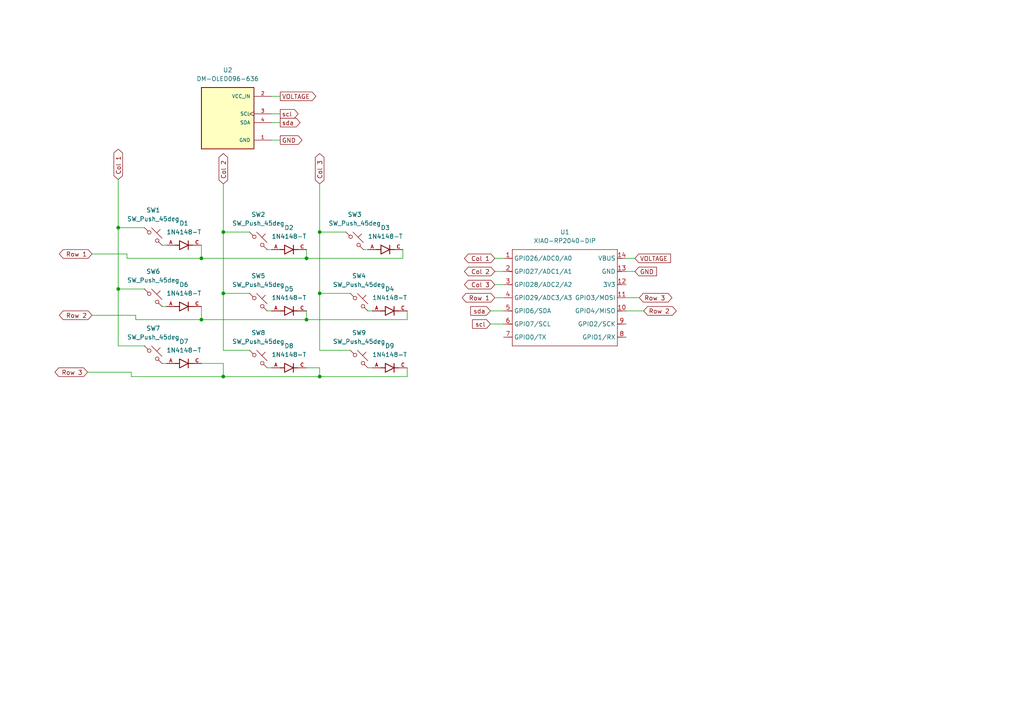
<source format=kicad_sch>
(kicad_sch (version 20231120) (generator "eeschema") (generator_version "8.0")
  (paper "A4")
  (lib_symbols
    (symbol "OBl:XIAO-RP2040-DIP"
      (property "Reference" "U" (at 0 0 0))
      (property "Value" "XIAO-RP2040-DIP" (at 5.334 -1.778 0))
      (symbol "XIAO-RP2040-DIP_1_0"
        (polyline (pts (xy -1.27 -30.48) (xy -1.27 -16.51)) (stroke (width 0.1524)))
        (polyline (pts (xy -1.27 -27.94) (xy -2.54 -27.94)) (stroke (width 0.1524)))
        (polyline (pts (xy -1.27 -24.13) (xy -2.54 -24.13)) (stroke (width 0.1524)))
        (polyline (pts (xy -1.27 -20.32) (xy -2.54 -20.32)) (stroke (width 0.1524)))
        (polyline (pts (xy -1.27 -16.51) (xy -2.54 -16.51)) (stroke (width 0.1524)))
        (polyline (pts (xy -1.27 -16.51) (xy -1.27 -12.7)) (stroke (width 0.1524)))
        (polyline (pts (xy -1.27 -12.7) (xy -2.54 -12.7)) (stroke (width 0.1524)))
        (polyline (pts (xy -1.27 -12.7) (xy -1.27 -8.89)) (stroke (width 0.1524)))
        (polyline (pts (xy -1.27 -8.89) (xy -2.54 -8.89)) (stroke (width 0.1524)))
        (polyline (pts (xy -1.27 -8.89) (xy -1.27 -5.08)) (stroke (width 0.1524)))
        (polyline (pts (xy -1.27 -5.08) (xy -2.54 -5.08)) (stroke (width 0.1524)))
        (polyline (pts (xy -1.27 -5.08) (xy -1.27 -2.54)) (stroke (width 0.1524)))
        (polyline (pts (xy -1.27 -2.54) (xy 29.21 -2.54)) (stroke (width 0.1524)))
        (polyline (pts (xy 29.21 -30.48) (xy -1.27 -30.48)) (stroke (width 0.1524)))
        (polyline (pts (xy 29.21 -12.7) (xy 29.21 -30.48)) (stroke (width 0.1524)))
        (polyline (pts (xy 29.21 -8.89) (xy 29.21 -12.7)) (stroke (width 0.1524)))
        (polyline (pts (xy 29.21 -5.08) (xy 29.21 -8.89)) (stroke (width 0.1524)))
        (polyline (pts (xy 29.21 -2.54) (xy 29.21 -5.08)) (stroke (width 0.1524)))
        (polyline (pts (xy 30.48 -27.94) (xy 29.21 -27.94)) (stroke (width 0.1524)))
        (polyline (pts (xy 30.48 -24.13) (xy 29.21 -24.13)) (stroke (width 0.1524)))
        (polyline (pts (xy 30.48 -20.32) (xy 29.21 -20.32)) (stroke (width 0.1524)))
        (polyline (pts (xy 30.48 -16.51) (xy 29.21 -16.51)) (stroke (width 0.1524)))
        (polyline (pts (xy 30.48 -12.7) (xy 29.21 -12.7)) (stroke (width 0.1524)))
        (polyline (pts (xy 30.48 -8.89) (xy 29.21 -8.89)) (stroke (width 0.1524)))
        (polyline (pts (xy 30.48 -5.08) (xy 29.21 -5.08)) (stroke (width 0.1524)))
        (pin passive line (at -3.81 -5.08 0) (length 2.54) (name "GPIO26/ADC0/A0") (number "1"))
        (pin passive line (at 31.75 -20.32 180) (length 2.54) (name "GPIO4/MISO") (number "10"))
        (pin passive line (at 31.75 -16.51 180) (length 2.54) (name "GPIO3/MOSI") (number "11"))
        (pin passive line (at 31.75 -12.7 180) (length 2.54) (name "3V3") (number "12"))
        (pin passive line (at 31.75 -8.89 180) (length 2.54) (name "GND") (number "13"))
        (pin passive line (at 31.75 -5.08 180) (length 2.54) (name "VBUS") (number "14"))
        (pin passive line (at -3.81 -8.89 0) (length 2.54) (name "GPIO27/ADC1/A1") (number "2"))
        (pin passive line (at -3.81 -12.7 0) (length 2.54) (name "GPIO28/ADC2/A2") (number "3"))
        (pin passive line (at -3.81 -16.51 0) (length 2.54) (name "GPIO29/ADC3/A3") (number "4"))
        (pin passive line (at -3.81 -20.32 0) (length 2.54) (name "GPIO6/SDA") (number "5"))
        (pin passive line (at -3.81 -24.13 0) (length 2.54) (name "GPIO7/SCL") (number "6"))
        (pin passive line (at -3.81 -27.94 0) (length 2.54) (name "GPIO0/TX") (number "7"))
        (pin passive line (at 31.75 -27.94 180) (length 2.54) (name "GPIO1/RX") (number "8"))
        (pin passive line (at 31.75 -24.13 180) (length 2.54) (name "GPIO2/SCK") (number "9"))
      )
    )
    (symbol "Switch:SW_Push_45deg" (pin_numbers hide) (pin_names (offset 1.016) hide)
      (property "Reference" "SW" (at 3.048 1.016 0))
      (property "Value" "SW_Push_45deg" (at 0 -3.81 0))
      (symbol "SW_Push_45deg_0_1"
        (circle (center -1.1684 1.1684) (radius 0.508))
        (polyline (pts (xy -0.508 2.54) (xy 2.54 -0.508)))
        (polyline (pts (xy 1.016 1.016) (xy 2.032 2.032)))
        (polyline (pts (xy -2.54 2.54) (xy -1.524 1.524) (xy -1.524 1.524)))
        (polyline (pts (xy 1.524 -1.524) (xy 2.54 -2.54) (xy 2.54 -2.54) (xy 2.54 -2.54)))
        (circle (center 1.143 -1.1938) (radius 0.508))
        (pin passive line (at -2.54 2.54 0) (length 0) (name "1") (number "1"))
        (pin passive line (at 2.54 -2.54 180) (length 0) (name "2") (number "2"))
      )
    )
    (symbol "diodes:1N4148-T" (pin_names (offset 1.016))
      (property "Reference" "D" (at -5.08 2.54 0))
      (property "Value" "1N4148-T" (at -5.08 -3.81 0))
      (symbol "1N4148-T_0_0"
        (polyline (pts (xy -2.54 0) (xy -1.27 0)) (stroke (width 0.254)))
        (polyline (pts (xy -1.27 -1.27) (xy 1.27 0)) (stroke (width 0.254)))
        (polyline (pts (xy -1.27 0) (xy -1.27 -1.27)) (stroke (width 0.254)))
        (polyline (pts (xy -1.27 1.27) (xy -1.27 0)) (stroke (width 0.254)))
        (polyline (pts (xy 1.27 0) (xy -1.27 1.27)) (stroke (width 0.254)))
        (polyline (pts (xy 1.27 0) (xy 1.27 -1.27)) (stroke (width 0.254)))
        (polyline (pts (xy 1.27 0) (xy 2.54 0)) (stroke (width 0.254)))
        (polyline (pts (xy 1.27 1.27) (xy 1.27 0)) (stroke (width 0.254)))
        (pin passive line (at -5.08 0 0) (length 2.54) (name "~") (number "A"))
        (pin passive line (at 5.08 0 180) (length 2.54) (name "~") (number "C"))
      )
    )
    (symbol "oled:DM-OLED096-636" (pin_names (offset 1.016))
      (property "Reference" "U" (at -7.62 10.922 0))
      (property "Value" "DM-OLED096-636" (at -7.62 -10.16 0))
      (symbol "DM-OLED096-636_0_0"
        (rectangle (start -7.62 -7.62) (end 7.62 10.16) (stroke (width 0.254)) (fill (type background)))
        (pin power_in line (at 12.7 -5.08 180) (length 5.08) (name "GND") (number "1"))
        (pin power_in line (at 12.7 7.62 180) (length 5.08) (name "VCC_IN") (number "2"))
        (pin input clock (at 12.7 2.54 180) (length 5.08) (name "SCL") (number "3"))
        (pin bidirectional line (at 12.7 0 180) (length 5.08) (name "SDA") (number "4"))
      )
    )
  )
  (junction (at 34.29 66.04))
  (junction (at 92.71 109.22))
  (junction (at 92.71 67.31))
  (junction (at 34.29 83.82))
  (junction (at 64.77 67.31))
  (junction (at 64.77 109.22))
  (junction (at 88.9 92.71))
  (junction (at 58.42 92.71))
  (junction (at 88.9 74.93))
  (junction (at 64.77 85.09))
  (junction (at 92.71 85.09))
  (junction (at 58.42 74.93))
  (wire (pts (xy 25.4 107.95) (xy 38.1 107.95)))
  (wire (pts (xy 142.24 93.98) (xy 146.05 93.98)))
  (wire (pts (xy 181.61 86.36) (xy 185.42 86.36)))
  (wire (pts (xy 34.29 83.82) (xy 34.29 100.33)))
  (wire (pts (xy 106.68 90.17) (xy 107.95 90.17)))
  (wire (pts (xy 78.74 33.02) (xy 81.28 33.02)))
  (wire (pts (xy 46.99 71.12) (xy 48.26 71.12)))
  (wire (pts (xy 181.61 90.17) (xy 186.69 90.17)))
  (wire (pts (xy 64.77 101.6) (xy 72.39 101.6)))
  (wire (pts (xy 92.71 85.09) (xy 101.6 85.09)))
  (wire (pts (xy 78.74 35.56) (xy 81.28 35.56)))
  (wire (pts (xy 34.29 66.04) (xy 41.91 66.04)))
  (wire (pts (xy 143.51 86.36) (xy 146.05 86.36)))
  (wire (pts (xy 64.77 109.22) (xy 92.71 109.22)))
  (wire (pts (xy 92.71 53.34) (xy 92.71 67.31)))
  (wire (pts (xy 88.9 106.68) (xy 92.71 106.68)))
  (wire (pts (xy 106.68 106.68) (xy 107.95 106.68)))
  (wire (pts (xy 77.47 72.39) (xy 78.74 72.39)))
  (wire (pts (xy 88.9 72.39) (xy 88.9 74.93)))
  (wire (pts (xy 92.71 67.31) (xy 100.33 67.31)))
  (wire (pts (xy 34.29 66.04) (xy 34.29 83.82)))
  (wire (pts (xy 58.42 105.41) (xy 64.77 105.41)))
  (wire (pts (xy 38.1 109.22) (xy 64.77 109.22)))
  (wire (pts (xy 36.83 73.66) (xy 36.83 74.93)))
  (wire (pts (xy 92.71 85.09) (xy 92.71 101.6)))
  (wire (pts (xy 143.51 74.93) (xy 146.05 74.93)))
  (wire (pts (xy 58.42 88.9) (xy 58.42 92.71)))
  (wire (pts (xy 142.24 90.17) (xy 146.05 90.17)))
  (wire (pts (xy 46.99 88.9) (xy 48.26 88.9)))
  (wire (pts (xy 143.51 78.74) (xy 146.05 78.74)))
  (wire (pts (xy 58.42 92.71) (xy 88.9 92.71)))
  (wire (pts (xy 77.47 90.17) (xy 78.74 90.17)))
  (wire (pts (xy 64.77 67.31) (xy 64.77 85.09)))
  (wire (pts (xy 34.29 100.33) (xy 41.91 100.33)))
  (wire (pts (xy 92.71 109.22) (xy 118.11 109.22)))
  (wire (pts (xy 58.42 74.93) (xy 88.9 74.93)))
  (wire (pts (xy 118.11 109.22) (xy 118.11 106.68)))
  (wire (pts (xy 92.71 101.6) (xy 101.6 101.6)))
  (wire (pts (xy 38.1 107.95) (xy 38.1 109.22)))
  (wire (pts (xy 118.11 90.17) (xy 118.11 92.71)))
  (wire (pts (xy 105.41 72.39) (xy 106.68 72.39)))
  (wire (pts (xy 181.61 74.93) (xy 184.15 74.93)))
  (wire (pts (xy 64.77 85.09) (xy 72.39 85.09)))
  (wire (pts (xy 39.37 92.71) (xy 58.42 92.71)))
  (wire (pts (xy 36.83 74.93) (xy 58.42 74.93)))
  (wire (pts (xy 64.77 105.41) (xy 64.77 109.22)))
  (wire (pts (xy 116.84 74.93) (xy 116.84 72.39)))
  (wire (pts (xy 34.29 83.82) (xy 41.91 83.82)))
  (wire (pts (xy 88.9 90.17) (xy 88.9 92.71)))
  (wire (pts (xy 77.47 106.68) (xy 78.74 106.68)))
  (wire (pts (xy 46.99 105.41) (xy 48.26 105.41)))
  (wire (pts (xy 64.77 67.31) (xy 72.39 67.31)))
  (wire (pts (xy 64.77 85.09) (xy 64.77 101.6)))
  (wire (pts (xy 58.42 71.12) (xy 58.42 74.93)))
  (wire (pts (xy 88.9 74.93) (xy 116.84 74.93)))
  (wire (pts (xy 92.71 106.68) (xy 92.71 109.22)))
  (wire (pts (xy 78.74 27.94) (xy 81.28 27.94)))
  (wire (pts (xy 92.71 67.31) (xy 92.71 85.09)))
  (wire (pts (xy 143.51 82.55) (xy 146.05 82.55)))
  (wire (pts (xy 34.29 52.07) (xy 34.29 66.04)))
  (wire (pts (xy 64.77 53.34) (xy 64.77 67.31)))
  (wire (pts (xy 88.9 92.71) (xy 118.11 92.71)))
  (wire (pts (xy 39.37 91.44) (xy 26.67 91.44)))
  (wire (pts (xy 78.74 40.64) (xy 81.28 40.64)))
  (wire (pts (xy 181.61 78.74) (xy 184.15 78.74)))
  (wire (pts (xy 39.37 91.44) (xy 39.37 92.71)))
  (wire (pts (xy 26.67 73.66) (xy 36.83 73.66)))
  (global_label "Col 1" (shape bidirectional) (at 143.51 74.93 180) (property "Intersheetrefs" "${INTERSHEET_REFS}" (effects (hide yes))))
  (global_label "GND" (shape input) (at 184.15 78.74 0) (property "Intersheetrefs" "${INTERSHEET_REFS}" (effects (hide yes))))
  (global_label "Col 3" (shape bidirectional) (at 143.51 82.55 180) (property "Intersheetrefs" "${INTERSHEET_REFS}" (effects (hide yes))))
  (global_label "Col 3" (shape bidirectional) (at 92.71 53.34 90) (property "Intersheetrefs" "${INTERSHEET_REFS}" (effects (hide yes))))
  (global_label "Col 1" (shape bidirectional) (at 34.29 52.07 90) (property "Intersheetrefs" "${INTERSHEET_REFS}" (effects (hide yes))))
  (global_label "VOLTAGE" (shape input) (at 184.15 74.93 0) (property "Intersheetrefs" "${INTERSHEET_REFS}" (effects (hide yes))))
  (global_label "Row 2" (shape bidirectional) (at 26.67 91.44 180) (property "Intersheetrefs" "${INTERSHEET_REFS}" (effects (hide yes))))
  (global_label "Col 2" (shape bidirectional) (at 64.77 53.34 90) (property "Intersheetrefs" "${INTERSHEET_REFS}" (effects (hide yes))))
  (global_label "Row 2" (shape bidirectional) (at 186.69 90.17 0) (property "Intersheetrefs" "${INTERSHEET_REFS}" (effects (hide yes))))
  (global_label "scl" (shape output) (at 81.28 33.02 0) (property "Intersheetrefs" "${INTERSHEET_REFS}" (effects (hide yes))))
  (global_label "GND" (shape output) (at 81.28 40.64 0) (property "Intersheetrefs" "${INTERSHEET_REFS}" (effects (hide yes))))
  (global_label "Row 1" (shape bidirectional) (at 143.51 86.36 180) (property "Intersheetrefs" "${INTERSHEET_REFS}" (effects (hide yes))))
  (global_label "VOLTAGE" (shape output) (at 81.28 27.94 0) (property "Intersheetrefs" "${INTERSHEET_REFS}" (effects (hide yes))))
  (global_label "sda" (shape input) (at 142.24 90.17 180) (property "Intersheetrefs" "${INTERSHEET_REFS}" (effects (hide yes))))
  (global_label "sda" (shape output) (at 81.28 35.56 0) (property "Intersheetrefs" "${INTERSHEET_REFS}" (effects (hide yes))))
  (global_label "scl" (shape input) (at 142.24 93.98 180) (property "Intersheetrefs" "${INTERSHEET_REFS}" (effects (hide yes))))
  (global_label "Col 2" (shape bidirectional) (at 143.51 78.74 180) (property "Intersheetrefs" "${INTERSHEET_REFS}" (effects (hide yes))))
  (global_label "Row 1" (shape bidirectional) (at 26.67 73.66 180) (property "Intersheetrefs" "${INTERSHEET_REFS}" (effects (hide yes))))
  (global_label "Row 3" (shape bidirectional) (at 25.4 107.95 180) (property "Intersheetrefs" "${INTERSHEET_REFS}" (effects (hide yes))))
  (global_label "Row 3" (shape bidirectional) (at 185.42 86.36 0) (property "Intersheetrefs" "${INTERSHEET_REFS}" (effects (hide yes))))
  (symbol (lib_id "diodes:1N4148-T") (at 113.03 106.68 0) (unit 1)
    (property "Reference" "D9" (at 113.03 100.33 0))
    (property "Value" "1N4148-T" (at 113.03 102.87 0))
    (property "Footprint" "diode:DIOAD820W60L400D200" (effects (hide yes)))
    (property "MF" "Diodes Inc." (effects (hide yes)))
    (property "MAXIMUM_PACKAGE_HEIGHT" "2 mm" (effects (hide yes)))
    (property "Package" "DO-35 Rectron" (effects (hide yes)))
    (property "Price" "None" (effects (hide yes)))
    (property "Check_prices" "https://www.snapeda.com/parts/1N4148-T/Diodes+Inc./view-part/?ref=eda" (effects (hide yes)))
    (property "STANDARD" "IPC 7351B" (effects (hide yes)))
    (property "PARTREV" "9-3" (effects (hide yes)))
    (property "SnapEDA_Link" "https://www.snapeda.com/parts/1N4148-T/Diodes+Inc./view-part/?ref=snap" (effects (hide yes)))
    (property "MP" "1N4148-T" (effects (hide yes)))
    (property "Description_1" "\n                        \n                            Diode Standard 75 V 300mA (DC) Through Hole DO-35 (DO-204AH)\n                        \n" (effects (hide yes)))
    (property "Availability" "In Stock" (effects (hide yes)))
    (property "MANUFACTURER" "Diodes Inc." (effects (hide yes)))
  )
  (symbol (lib_id "Switch:SW_Push_45deg") (at 74.93 87.63 0) (unit 1)
    (property "Reference" "SW5" (at 74.93 80.01 0))
    (property "Value" "SW_Push_45deg" (at 74.93 82.55 0))
    (property "Footprint" "arz:SW_Cherry_MX_1.00u_PCB_3D_model" (effects (hide yes)))
    (property "Description" "Push button switch, normally open, two pins, 45° tilted" (effects (hide yes)))
  )
  (symbol (lib_id "oled:DM-OLED096-636") (at 66.04 35.56 0) (unit 1)
    (property "Reference" "U2" (at 66.04 20.32 0))
    (property "Value" "DM-OLED096-636" (at 66.04 22.86 0))
    (property "Footprint" "oled:SSD1306-0.91-OLED-4pin-128x32" (effects (hide yes)))
    (property "MF" "Display Module" (effects (hide yes)))
    (property "MAXIMUM_PACKAGE_HEIGHT" "11.3 mm" (effects (hide yes)))
    (property "Package" "Package" (effects (hide yes)))
    (property "Price" "None" (effects (hide yes)))
    (property "Check_prices" "https://www.snapeda.com/parts/DM-OLED096-636/Display+Module/view-part/?ref=eda" (effects (hide yes)))
    (property "STANDARD" "Manufacturer Recommendations" (effects (hide yes)))
    (property "PARTREV" "2018-09-10" (effects (hide yes)))
    (property "SnapEDA_Link" "https://www.snapeda.com/parts/DM-OLED096-636/Display+Module/view-part/?ref=snap" (effects (hide yes)))
    (property "MP" "DM-OLED096-636" (effects (hide yes)))
    (property "Description_1" "\n                        \n                            0.96” 128 X 64 MONOCHROME GRAPHIC OLED DISPLAY MODULE - I2C\n                        \n" (effects (hide yes)))
    (property "Availability" "Not in stock" (effects (hide yes)))
    (property "MANUFACTURER" "Displaymodule" (effects (hide yes)))
  )
  (symbol (lib_id "Switch:SW_Push_45deg") (at 104.14 104.14 0) (unit 1)
    (property "Reference" "SW9" (at 104.14 96.52 0))
    (property "Value" "SW_Push_45deg" (at 104.14 99.06 0))
    (property "Footprint" "arz:SW_Cherry_MX_1.00u_PCB_3D_model" (effects (hide yes)))
    (property "Description" "Push button switch, normally open, two pins, 45° tilted" (effects (hide yes)))
  )
  (symbol (lib_id "Switch:SW_Push_45deg") (at 74.93 104.14 0) (unit 1)
    (property "Reference" "SW8" (at 74.93 96.52 0))
    (property "Value" "SW_Push_45deg" (at 74.93 99.06 0))
    (property "Footprint" "arz:SW_Cherry_MX_1.00u_PCB_3D_model" (effects (hide yes)))
    (property "Description" "Push button switch, normally open, two pins, 45° tilted" (effects (hide yes)))
  )
  (symbol (lib_id "diodes:1N4148-T") (at 53.34 105.41 0) (unit 1)
    (property "Reference" "D7" (at 53.34 99.06 0))
    (property "Value" "1N4148-T" (at 53.34 101.6 0))
    (property "Footprint" "diode:DIOAD820W60L400D200" (effects (hide yes)))
    (property "MF" "Diodes Inc." (effects (hide yes)))
    (property "MAXIMUM_PACKAGE_HEIGHT" "2 mm" (effects (hide yes)))
    (property "Package" "DO-35 Rectron" (effects (hide yes)))
    (property "Price" "None" (effects (hide yes)))
    (property "Check_prices" "https://www.snapeda.com/parts/1N4148-T/Diodes+Inc./view-part/?ref=eda" (effects (hide yes)))
    (property "STANDARD" "IPC 7351B" (effects (hide yes)))
    (property "PARTREV" "9-3" (effects (hide yes)))
    (property "SnapEDA_Link" "https://www.snapeda.com/parts/1N4148-T/Diodes+Inc./view-part/?ref=snap" (effects (hide yes)))
    (property "MP" "1N4148-T" (effects (hide yes)))
    (property "Description_1" "\n                        \n                            Diode Standard 75 V 300mA (DC) Through Hole DO-35 (DO-204AH)\n                        \n" (effects (hide yes)))
    (property "Availability" "In Stock" (effects (hide yes)))
    (property "MANUFACTURER" "Diodes Inc." (effects (hide yes)))
  )
  (symbol (lib_id "Switch:SW_Push_45deg") (at 44.45 102.87 0) (unit 1)
    (property "Reference" "SW7" (at 44.45 95.25 0))
    (property "Value" "SW_Push_45deg" (at 44.45 97.79 0))
    (property "Footprint" "arz:SW_Cherry_MX_1.00u_PCB_3D_model" (effects (hide yes)))
    (property "Description" "Push button switch, normally open, two pins, 45° tilted" (effects (hide yes)))
  )
  (symbol (lib_id "diodes:1N4148-T") (at 113.03 90.17 0) (unit 1)
    (property "Reference" "D4" (at 113.03 83.82 0))
    (property "Value" "1N4148-T" (at 113.03 86.36 0))
    (property "Footprint" "diode:DIOAD820W60L400D200" (effects (hide yes)))
    (property "MF" "Diodes Inc." (effects (hide yes)))
    (property "MAXIMUM_PACKAGE_HEIGHT" "2 mm" (effects (hide yes)))
    (property "Package" "DO-35 Rectron" (effects (hide yes)))
    (property "Price" "None" (effects (hide yes)))
    (property "Check_prices" "https://www.snapeda.com/parts/1N4148-T/Diodes+Inc./view-part/?ref=eda" (effects (hide yes)))
    (property "STANDARD" "IPC 7351B" (effects (hide yes)))
    (property "PARTREV" "9-3" (effects (hide yes)))
    (property "SnapEDA_Link" "https://www.snapeda.com/parts/1N4148-T/Diodes+Inc./view-part/?ref=snap" (effects (hide yes)))
    (property "MP" "1N4148-T" (effects (hide yes)))
    (property "Description_1" "\n                        \n                            Diode Standard 75 V 300mA (DC) Through Hole DO-35 (DO-204AH)\n                        \n" (effects (hide yes)))
    (property "Availability" "In Stock" (effects (hide yes)))
    (property "MANUFACTURER" "Diodes Inc." (effects (hide yes)))
  )
  (symbol (lib_id "diodes:1N4148-T") (at 53.34 88.9 0) (unit 1)
    (property "Reference" "D6" (at 53.34 82.55 0))
    (property "Value" "1N4148-T" (at 53.34 85.09 0))
    (property "Footprint" "diode:DIOAD820W60L400D200" (effects (hide yes)))
    (property "MF" "Diodes Inc." (effects (hide yes)))
    (property "MAXIMUM_PACKAGE_HEIGHT" "2 mm" (effects (hide yes)))
    (property "Package" "DO-35 Rectron" (effects (hide yes)))
    (property "Price" "None" (effects (hide yes)))
    (property "Check_prices" "https://www.snapeda.com/parts/1N4148-T/Diodes+Inc./view-part/?ref=eda" (effects (hide yes)))
    (property "STANDARD" "IPC 7351B" (effects (hide yes)))
    (property "PARTREV" "9-3" (effects (hide yes)))
    (property "SnapEDA_Link" "https://www.snapeda.com/parts/1N4148-T/Diodes+Inc./view-part/?ref=snap" (effects (hide yes)))
    (property "MP" "1N4148-T" (effects (hide yes)))
    (property "Description_1" "\n                        \n                            Diode Standard 75 V 300mA (DC) Through Hole DO-35 (DO-204AH)\n                        \n" (effects (hide yes)))
    (property "Availability" "In Stock" (effects (hide yes)))
    (property "MANUFACTURER" "Diodes Inc." (effects (hide yes)))
  )
  (symbol (lib_id "Switch:SW_Push_45deg") (at 102.87 69.85 0) (unit 1)
    (property "Reference" "SW3" (at 102.87 62.23 0))
    (property "Value" "SW_Push_45deg" (at 102.87 64.77 0))
    (property "Footprint" "arz:SW_Cherry_MX_1.00u_PCB_3D_model" (effects (hide yes)))
    (property "Description" "Push button switch, normally open, two pins, 45° tilted" (effects (hide yes)))
  )
  (symbol (lib_id "Switch:SW_Push_45deg") (at 104.14 87.63 0) (unit 1)
    (property "Reference" "SW4" (at 104.14 80.01 0))
    (property "Value" "SW_Push_45deg" (at 104.14 82.55 0))
    (property "Footprint" "arz:SW_Cherry_MX_1.00u_PCB_3D_model" (effects (hide yes)))
    (property "Description" "Push button switch, normally open, two pins, 45° tilted" (effects (hide yes)))
  )
  (symbol (lib_id "diodes:1N4148-T") (at 83.82 90.17 0) (unit 1)
    (property "Reference" "D5" (at 83.82 83.82 0))
    (property "Value" "1N4148-T" (at 83.82 86.36 0))
    (property "Footprint" "diode:DIOAD820W60L400D200" (effects (hide yes)))
    (property "MF" "Diodes Inc." (effects (hide yes)))
    (property "MAXIMUM_PACKAGE_HEIGHT" "2 mm" (effects (hide yes)))
    (property "Package" "DO-35 Rectron" (effects (hide yes)))
    (property "Price" "None" (effects (hide yes)))
    (property "Check_prices" "https://www.snapeda.com/parts/1N4148-T/Diodes+Inc./view-part/?ref=eda" (effects (hide yes)))
    (property "STANDARD" "IPC 7351B" (effects (hide yes)))
    (property "PARTREV" "9-3" (effects (hide yes)))
    (property "SnapEDA_Link" "https://www.snapeda.com/parts/1N4148-T/Diodes+Inc./view-part/?ref=snap" (effects (hide yes)))
    (property "MP" "1N4148-T" (effects (hide yes)))
    (property "Description_1" "\n                        \n                            Diode Standard 75 V 300mA (DC) Through Hole DO-35 (DO-204AH)\n                        \n" (effects (hide yes)))
    (property "Availability" "In Stock" (effects (hide yes)))
    (property "MANUFACTURER" "Diodes Inc." (effects (hide yes)))
  )
  (symbol (lib_id "diodes:1N4148-T") (at 83.82 72.39 0) (unit 1)
    (property "Reference" "D2" (at 83.82 66.04 0))
    (property "Value" "1N4148-T" (at 83.82 68.58 0))
    (property "Footprint" "diode:DIOAD820W60L400D200" (effects (hide yes)))
    (property "MF" "Diodes Inc." (effects (hide yes)))
    (property "MAXIMUM_PACKAGE_HEIGHT" "2 mm" (effects (hide yes)))
    (property "Package" "DO-35 Rectron" (effects (hide yes)))
    (property "Price" "None" (effects (hide yes)))
    (property "Check_prices" "https://www.snapeda.com/parts/1N4148-T/Diodes+Inc./view-part/?ref=eda" (effects (hide yes)))
    (property "STANDARD" "IPC 7351B" (effects (hide yes)))
    (property "PARTREV" "9-3" (effects (hide yes)))
    (property "SnapEDA_Link" "https://www.snapeda.com/parts/1N4148-T/Diodes+Inc./view-part/?ref=snap" (effects (hide yes)))
    (property "MP" "1N4148-T" (effects (hide yes)))
    (property "Description_1" "\n                        \n                            Diode Standard 75 V 300mA (DC) Through Hole DO-35 (DO-204AH)\n                        \n" (effects (hide yes)))
    (property "Availability" "In Stock" (effects (hide yes)))
    (property "MANUFACTURER" "Diodes Inc." (effects (hide yes)))
  )
  (symbol (lib_id "Switch:SW_Push_45deg") (at 44.45 68.58 0) (unit 1)
    (property "Reference" "SW1" (at 44.45 60.96 0))
    (property "Value" "SW_Push_45deg" (at 44.45 63.5 0))
    (property "Footprint" "arz:SW_Cherry_MX_1.00u_PCB_3D_model" (effects (hide yes)))
    (property "Description" "Push button switch, normally open, two pins, 45° tilted" (effects (hide yes)))
  )
  (symbol (lib_id "diodes:1N4148-T") (at 83.82 106.68 0) (unit 1)
    (property "Reference" "D8" (at 83.82 100.33 0))
    (property "Value" "1N4148-T" (at 83.82 102.87 0))
    (property "Footprint" "diode:DIOAD820W60L400D200" (effects (hide yes)))
    (property "MF" "Diodes Inc." (effects (hide yes)))
    (property "MAXIMUM_PACKAGE_HEIGHT" "2 mm" (effects (hide yes)))
    (property "Package" "DO-35 Rectron" (effects (hide yes)))
    (property "Price" "None" (effects (hide yes)))
    (property "Check_prices" "https://www.snapeda.com/parts/1N4148-T/Diodes+Inc./view-part/?ref=eda" (effects (hide yes)))
    (property "STANDARD" "IPC 7351B" (effects (hide yes)))
    (property "PARTREV" "9-3" (effects (hide yes)))
    (property "SnapEDA_Link" "https://www.snapeda.com/parts/1N4148-T/Diodes+Inc./view-part/?ref=snap" (effects (hide yes)))
    (property "MP" "1N4148-T" (effects (hide yes)))
    (property "Description_1" "\n                        \n                            Diode Standard 75 V 300mA (DC) Through Hole DO-35 (DO-204AH)\n                        \n" (effects (hide yes)))
    (property "Availability" "In Stock" (effects (hide yes)))
    (property "MANUFACTURER" "Diodes Inc." (effects (hide yes)))
  )
  (symbol (lib_id "diodes:1N4148-T") (at 111.76 72.39 0) (unit 1)
    (property "Reference" "D3" (at 111.76 66.04 0))
    (property "Value" "1N4148-T" (at 111.76 68.58 0))
    (property "Footprint" "diode:DIOAD820W60L400D200" (effects (hide yes)))
    (property "MF" "Diodes Inc." (effects (hide yes)))
    (property "MAXIMUM_PACKAGE_HEIGHT" "2 mm" (effects (hide yes)))
    (property "Package" "DO-35 Rectron" (effects (hide yes)))
    (property "Price" "None" (effects (hide yes)))
    (property "Check_prices" "https://www.snapeda.com/parts/1N4148-T/Diodes+Inc./view-part/?ref=eda" (effects (hide yes)))
    (property "STANDARD" "IPC 7351B" (effects (hide yes)))
    (property "PARTREV" "9-3" (effects (hide yes)))
    (property "SnapEDA_Link" "https://www.snapeda.com/parts/1N4148-T/Diodes+Inc./view-part/?ref=snap" (effects (hide yes)))
    (property "MP" "1N4148-T" (effects (hide yes)))
    (property "Description_1" "\n                        \n                            Diode Standard 75 V 300mA (DC) Through Hole DO-35 (DO-204AH)\n                        \n" (effects (hide yes)))
    (property "Availability" "In Stock" (effects (hide yes)))
    (property "MANUFACTURER" "Diodes Inc." (effects (hide yes)))
  )
  (symbol (lib_id "OBl:XIAO-RP2040-DIP") (at 149.86 69.85 0) (unit 1)
    (property "Reference" "U1" (at 163.83 67.31 0))
    (property "Value" "XIAO-RP2040-DIP" (at 163.83 69.85 0))
    (property "Footprint" "obl:XIAO-RP2040-DIP_1" (effects (hide yes)))
  )
  (symbol (lib_id "Switch:SW_Push_45deg") (at 44.45 86.36 0) (unit 1)
    (property "Reference" "SW6" (at 44.45 78.74 0))
    (property "Value" "SW_Push_45deg" (at 44.45 81.28 0))
    (property "Footprint" "arz:SW_Cherry_MX_1.00u_PCB_3D_model" (effects (hide yes)))
    (property "Description" "Push button switch, normally open, two pins, 45° tilted" (effects (hide yes)))
  )
  (symbol (lib_id "Switch:SW_Push_45deg") (at 74.93 69.85 0) (unit 1)
    (property "Reference" "SW2" (at 74.93 62.23 0))
    (property "Value" "SW_Push_45deg" (at 74.93 64.77 0))
    (property "Footprint" "arz:SW_Cherry_MX_1.00u_PCB_3D_model" (effects (hide yes)))
    (property "Description" "Push button switch, normally open, two pins, 45° tilted" (effects (hide yes)))
  )
  (symbol (lib_id "diodes:1N4148-T") (at 53.34 71.12 0) (unit 1)
    (property "Reference" "D1" (at 53.34 64.77 0))
    (property "Value" "1N4148-T" (at 53.34 67.31 0))
    (property "Footprint" "diode:DIOAD820W60L400D200" (effects (hide yes)))
    (property "MF" "Diodes Inc." (effects (hide yes)))
    (property "MAXIMUM_PACKAGE_HEIGHT" "2 mm" (effects (hide yes)))
    (property "Package" "DO-35 Rectron" (effects (hide yes)))
    (property "Price" "None" (effects (hide yes)))
    (property "Check_prices" "https://www.snapeda.com/parts/1N4148-T/Diodes+Inc./view-part/?ref=eda" (effects (hide yes)))
    (property "STANDARD" "IPC 7351B" (effects (hide yes)))
    (property "PARTREV" "9-3" (effects (hide yes)))
    (property "SnapEDA_Link" "https://www.snapeda.com/parts/1N4148-T/Diodes+Inc./view-part/?ref=snap" (effects (hide yes)))
    (property "MP" "1N4148-T" (effects (hide yes)))
    (property "Description_1" "\n                        \n                            Diode Standard 75 V 300mA (DC) Through Hole DO-35 (DO-204AH)\n                        \n" (effects (hide yes)))
    (property "Availability" "In Stock" (effects (hide yes)))
    (property "MANUFACTURER" "Diodes Inc." (effects (hide yes)))
  )
)
</source>
